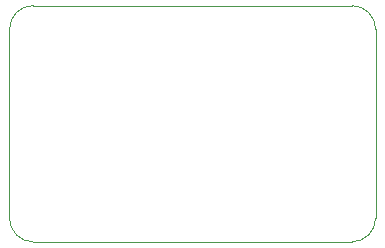
<source format=gbr>
%TF.GenerationSoftware,KiCad,Pcbnew,8.0.3*%
%TF.CreationDate,2024-06-12T20:35:37-04:00*%
%TF.ProjectId,usbA_breadboard,75736241-5f62-4726-9561-64626f617264,rev?*%
%TF.SameCoordinates,PX6cb8080PY3a2c940*%
%TF.FileFunction,Profile,NP*%
%FSLAX46Y46*%
G04 Gerber Fmt 4.6, Leading zero omitted, Abs format (unit mm)*
G04 Created by KiCad (PCBNEW 8.0.3) date 2024-06-12 20:35:37*
%MOMM*%
%LPD*%
G01*
G04 APERTURE LIST*
%TA.AperFunction,Profile*%
%ADD10C,0.050000*%
%TD*%
G04 APERTURE END LIST*
D10*
X30000000Y-1000000D02*
G75*
G02*
X32000000Y-3000000I0J-2000000D01*
G01*
X32000000Y-19000000D02*
G75*
G02*
X30000000Y-21000000I-2000000J0D01*
G01*
X3000000Y-21000000D02*
G75*
G02*
X1000000Y-19000000I0J2000000D01*
G01*
X1000000Y-3000000D02*
G75*
G02*
X3000000Y-1000000I2000000J0D01*
G01*
X30000000Y-1000000D02*
X3000000Y-1000000D01*
X32000000Y-19000000D02*
X32000000Y-3000000D01*
X3000000Y-21000000D02*
X30000000Y-21000000D01*
X1000000Y-3000000D02*
X1000000Y-19000000D01*
M02*

</source>
